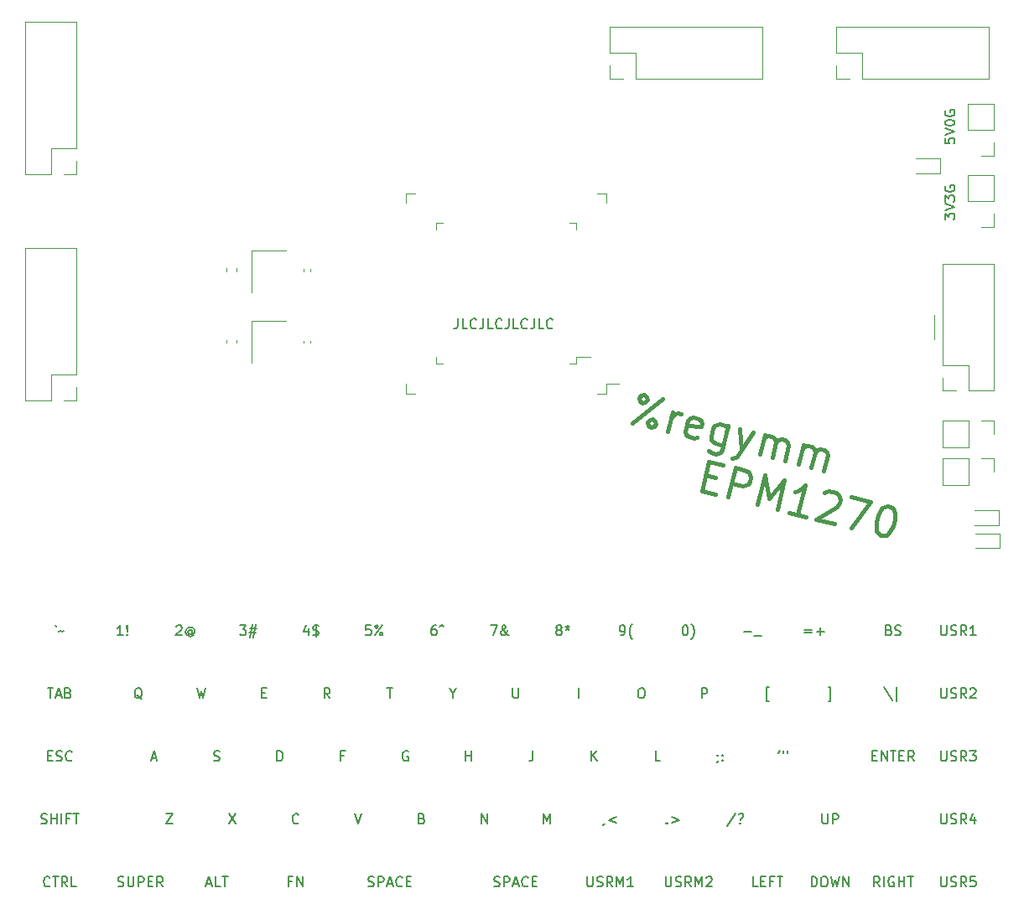
<source format=gbr>
%TF.GenerationSoftware,KiCad,Pcbnew,5.1.10*%
%TF.CreationDate,2021-08-09T15:51:23+08:00*%
%TF.ProjectId,ymmepm,796d6d65-706d-42e6-9b69-6361645f7063,rev?*%
%TF.SameCoordinates,Original*%
%TF.FileFunction,Legend,Top*%
%TF.FilePolarity,Positive*%
%FSLAX46Y46*%
G04 Gerber Fmt 4.6, Leading zero omitted, Abs format (unit mm)*
G04 Created by KiCad (PCBNEW 5.1.10) date 2021-08-09 15:51:23*
%MOMM*%
%LPD*%
G01*
G04 APERTURE LIST*
%ADD10C,0.150000*%
%ADD11C,0.381000*%
%ADD12C,0.120000*%
G04 APERTURE END LIST*
D10*
X119840952Y-85812380D02*
X119840952Y-86526666D01*
X119793333Y-86669523D01*
X119698095Y-86764761D01*
X119555238Y-86812380D01*
X119460000Y-86812380D01*
X120793333Y-86812380D02*
X120317142Y-86812380D01*
X120317142Y-85812380D01*
X121698095Y-86717142D02*
X121650476Y-86764761D01*
X121507619Y-86812380D01*
X121412380Y-86812380D01*
X121269523Y-86764761D01*
X121174285Y-86669523D01*
X121126666Y-86574285D01*
X121079047Y-86383809D01*
X121079047Y-86240952D01*
X121126666Y-86050476D01*
X121174285Y-85955238D01*
X121269523Y-85860000D01*
X121412380Y-85812380D01*
X121507619Y-85812380D01*
X121650476Y-85860000D01*
X121698095Y-85907619D01*
X122412380Y-85812380D02*
X122412380Y-86526666D01*
X122364761Y-86669523D01*
X122269523Y-86764761D01*
X122126666Y-86812380D01*
X122031428Y-86812380D01*
X123364761Y-86812380D02*
X122888571Y-86812380D01*
X122888571Y-85812380D01*
X124269523Y-86717142D02*
X124221904Y-86764761D01*
X124079047Y-86812380D01*
X123983809Y-86812380D01*
X123840952Y-86764761D01*
X123745714Y-86669523D01*
X123698095Y-86574285D01*
X123650476Y-86383809D01*
X123650476Y-86240952D01*
X123698095Y-86050476D01*
X123745714Y-85955238D01*
X123840952Y-85860000D01*
X123983809Y-85812380D01*
X124079047Y-85812380D01*
X124221904Y-85860000D01*
X124269523Y-85907619D01*
X124983809Y-85812380D02*
X124983809Y-86526666D01*
X124936190Y-86669523D01*
X124840952Y-86764761D01*
X124698095Y-86812380D01*
X124602857Y-86812380D01*
X125936190Y-86812380D02*
X125460000Y-86812380D01*
X125460000Y-85812380D01*
X126840952Y-86717142D02*
X126793333Y-86764761D01*
X126650476Y-86812380D01*
X126555238Y-86812380D01*
X126412380Y-86764761D01*
X126317142Y-86669523D01*
X126269523Y-86574285D01*
X126221904Y-86383809D01*
X126221904Y-86240952D01*
X126269523Y-86050476D01*
X126317142Y-85955238D01*
X126412380Y-85860000D01*
X126555238Y-85812380D01*
X126650476Y-85812380D01*
X126793333Y-85860000D01*
X126840952Y-85907619D01*
X127555238Y-85812380D02*
X127555238Y-86526666D01*
X127507619Y-86669523D01*
X127412380Y-86764761D01*
X127269523Y-86812380D01*
X127174285Y-86812380D01*
X128507619Y-86812380D02*
X128031428Y-86812380D01*
X128031428Y-85812380D01*
X129412380Y-86717142D02*
X129364761Y-86764761D01*
X129221904Y-86812380D01*
X129126666Y-86812380D01*
X128983809Y-86764761D01*
X128888571Y-86669523D01*
X128840952Y-86574285D01*
X128793333Y-86383809D01*
X128793333Y-86240952D01*
X128840952Y-86050476D01*
X128888571Y-85955238D01*
X128983809Y-85860000D01*
X129126666Y-85812380D01*
X129221904Y-85812380D01*
X129364761Y-85860000D01*
X129412380Y-85907619D01*
D11*
X137487171Y-96334148D02*
X140477853Y-93938499D01*
X138647043Y-93482027D02*
X138893593Y-93693085D01*
X138964198Y-94009861D01*
X138753140Y-94256411D01*
X138436364Y-94327016D01*
X138189814Y-94115958D01*
X138119209Y-93799182D01*
X138330267Y-93552632D01*
X138647043Y-93482027D01*
X139634756Y-96720016D02*
X139845814Y-96473466D01*
X139775209Y-96156690D01*
X139528660Y-95945632D01*
X139211883Y-96016237D01*
X139000825Y-96262786D01*
X139071430Y-96579563D01*
X139317980Y-96790621D01*
X139634756Y-96720016D01*
X141007958Y-97211979D02*
X141499543Y-95240338D01*
X141359090Y-95803664D02*
X141570148Y-95557115D01*
X141746093Y-95451396D01*
X142062869Y-95380791D01*
X142344532Y-95451018D01*
X144000533Y-97808526D02*
X143683756Y-97879131D01*
X143120430Y-97738678D01*
X142873881Y-97527620D01*
X142803276Y-97210844D01*
X143084182Y-96084192D01*
X143295240Y-95837642D01*
X143612016Y-95767037D01*
X144175342Y-95907490D01*
X144421891Y-96118548D01*
X144492496Y-96435324D01*
X144422270Y-96716987D01*
X142943729Y-96647518D01*
X147132803Y-96644868D02*
X146535878Y-99039003D01*
X146324820Y-99285553D01*
X146148875Y-99391271D01*
X145832099Y-99461876D01*
X145409605Y-99356537D01*
X145163055Y-99145479D01*
X146676331Y-98475677D02*
X146359555Y-98546282D01*
X145796229Y-98405829D01*
X145549679Y-98194771D01*
X145443961Y-98018827D01*
X145373356Y-97702050D01*
X145584035Y-96857061D01*
X145795093Y-96610512D01*
X145971038Y-96504793D01*
X146287814Y-96434188D01*
X146851140Y-96574641D01*
X147097690Y-96785699D01*
X148259455Y-96925774D02*
X148472027Y-99072981D01*
X149667770Y-97276906D02*
X148472027Y-99072981D01*
X148014798Y-99706912D01*
X147838853Y-99812630D01*
X147522077Y-99883235D01*
X150302837Y-99529453D02*
X150794422Y-97557812D01*
X150724195Y-97839475D02*
X150900140Y-97733757D01*
X151216916Y-97663152D01*
X151639411Y-97768491D01*
X151885961Y-97979549D01*
X151956566Y-98296326D01*
X151570320Y-99845472D01*
X151956566Y-98296326D02*
X152167624Y-98049776D01*
X152484400Y-97979171D01*
X152906894Y-98084510D01*
X153153444Y-98295568D01*
X153224049Y-98612345D01*
X152837804Y-100161491D01*
X154246118Y-100512623D02*
X154737704Y-98540983D01*
X154667477Y-98822646D02*
X154843422Y-98716927D01*
X155160198Y-98646322D01*
X155582693Y-98751662D01*
X155829242Y-98962720D01*
X155899847Y-99279496D01*
X155513602Y-100828643D01*
X155899847Y-99279496D02*
X156110905Y-99032946D01*
X156427682Y-98962341D01*
X156850176Y-99067681D01*
X157096726Y-99278739D01*
X157167331Y-99595515D01*
X156781085Y-101144662D01*
X144843404Y-101627445D02*
X145829224Y-101873237D01*
X145865473Y-103527723D02*
X144457158Y-103176591D01*
X145194536Y-100219130D01*
X146602851Y-100570262D01*
X147132957Y-103843743D02*
X147870335Y-100886281D01*
X148996987Y-101167187D01*
X149243536Y-101378245D01*
X149349255Y-101554190D01*
X149419860Y-101870966D01*
X149314520Y-102293460D01*
X149103462Y-102540010D01*
X148927517Y-102645728D01*
X148610741Y-102716334D01*
X147484089Y-102435428D01*
X150090418Y-104581121D02*
X150827796Y-101623659D01*
X151286918Y-103981924D01*
X152799437Y-102115244D01*
X152062059Y-105072706D01*
X155019520Y-105810084D02*
X153329542Y-105388725D01*
X154174531Y-105599404D02*
X154911909Y-102641943D01*
X154524907Y-102994211D01*
X154173017Y-103205647D01*
X153856241Y-103276253D01*
X156813324Y-103415191D02*
X156989269Y-103309473D01*
X157306045Y-103238868D01*
X158010202Y-103414434D01*
X158256752Y-103625492D01*
X158362470Y-103801437D01*
X158433075Y-104118213D01*
X158362849Y-104399876D01*
X158116678Y-104787257D01*
X156005341Y-106055876D01*
X157836150Y-106512348D01*
X159559349Y-103800680D02*
X161530990Y-104292265D01*
X159526128Y-106933707D01*
X163220968Y-104713624D02*
X163502630Y-104783850D01*
X163749180Y-104994908D01*
X163854898Y-105170853D01*
X163925504Y-105487629D01*
X163925882Y-106086068D01*
X163750316Y-106790226D01*
X163469031Y-107318439D01*
X163257974Y-107564988D01*
X163082029Y-107670707D01*
X162765253Y-107741312D01*
X162483590Y-107671085D01*
X162237040Y-107460027D01*
X162131322Y-107284083D01*
X162060717Y-106967306D01*
X162060338Y-106368867D01*
X162235904Y-105664710D01*
X162517189Y-105136497D01*
X162728247Y-104889947D01*
X162904191Y-104784229D01*
X163220968Y-104713624D01*
D12*
X167957500Y-85407500D02*
X167957500Y-87884000D01*
%TO.C,D4*%
X168552000Y-69623000D02*
X166092000Y-69623000D01*
X168552000Y-71093000D02*
X168552000Y-69623000D01*
X166092000Y-71093000D02*
X168552000Y-71093000D01*
%TO.C,J15*%
X81340000Y-94040000D02*
X80010000Y-94040000D01*
X81340000Y-92710000D02*
X81340000Y-94040000D01*
X78740000Y-94040000D02*
X76140000Y-94040000D01*
X78740000Y-91440000D02*
X78740000Y-94040000D01*
X81340000Y-91440000D02*
X78740000Y-91440000D01*
X76140000Y-94040000D02*
X76140000Y-78680000D01*
X81340000Y-91440000D02*
X81340000Y-78680000D01*
X81340000Y-78680000D02*
X76140000Y-78680000D01*
%TO.C,J14*%
X173986500Y-99952500D02*
X173986500Y-101282500D01*
X172656500Y-99952500D02*
X173986500Y-99952500D01*
X171386500Y-99952500D02*
X171386500Y-102612500D01*
X171386500Y-102612500D02*
X168786500Y-102612500D01*
X171386500Y-99952500D02*
X168786500Y-99952500D01*
X168786500Y-99952500D02*
X168786500Y-102612500D01*
%TO.C,J13*%
X173986500Y-96142500D02*
X173986500Y-97472500D01*
X172656500Y-96142500D02*
X173986500Y-96142500D01*
X171386500Y-96142500D02*
X171386500Y-98802500D01*
X171386500Y-98802500D02*
X168786500Y-98802500D01*
X171386500Y-96142500D02*
X168786500Y-96142500D01*
X168786500Y-96142500D02*
X168786500Y-98802500D01*
%TO.C,D3*%
X174507000Y-107532500D02*
X172047000Y-107532500D01*
X174507000Y-109002500D02*
X174507000Y-107532500D01*
X172047000Y-109002500D02*
X174507000Y-109002500D01*
%TO.C,D2*%
X174443500Y-105183000D02*
X171983500Y-105183000D01*
X174443500Y-106653000D02*
X174443500Y-105183000D01*
X171983500Y-106653000D02*
X174443500Y-106653000D01*
%TO.C,X3*%
X99017500Y-86048500D02*
X99017500Y-90248500D01*
X102517500Y-86048500D02*
X99017500Y-86048500D01*
%TO.C,X1*%
X99024500Y-78932500D02*
X99024500Y-83132500D01*
X102524500Y-78932500D02*
X99024500Y-78932500D01*
%TO.C,C19*%
X104224500Y-88026165D02*
X104224500Y-88257835D01*
X104944500Y-88026165D02*
X104944500Y-88257835D01*
%TO.C,C18*%
X96454500Y-87954733D02*
X96454500Y-88247267D01*
X97474500Y-87954733D02*
X97474500Y-88247267D01*
%TO.C,U1*%
X134824000Y-92408500D02*
X136114000Y-92408500D01*
X134824000Y-93358500D02*
X134824000Y-92408500D01*
X133874000Y-93358500D02*
X134824000Y-93358500D01*
X114604000Y-93358500D02*
X114604000Y-92408500D01*
X115554000Y-93358500D02*
X114604000Y-93358500D01*
X134824000Y-73138500D02*
X134824000Y-74088500D01*
X133874000Y-73138500D02*
X134824000Y-73138500D01*
X114604000Y-73138500D02*
X114604000Y-74088500D01*
X115554000Y-73138500D02*
X114604000Y-73138500D01*
%TO.C,J4*%
X150555000Y-61528000D02*
X150555000Y-56328000D01*
X137795000Y-61528000D02*
X150555000Y-61528000D01*
X135195000Y-56328000D02*
X150555000Y-56328000D01*
X137795000Y-61528000D02*
X137795000Y-58928000D01*
X137795000Y-58928000D02*
X135195000Y-58928000D01*
X135195000Y-58928000D02*
X135195000Y-56328000D01*
X136525000Y-61528000D02*
X135195000Y-61528000D01*
X135195000Y-61528000D02*
X135195000Y-60198000D01*
%TO.C,U2*%
X131824000Y-89658500D02*
X133189000Y-89658500D01*
X131824000Y-90358500D02*
X131824000Y-89658500D01*
X131124000Y-90358500D02*
X131824000Y-90358500D01*
X117604000Y-90358500D02*
X117604000Y-89658500D01*
X118304000Y-90358500D02*
X117604000Y-90358500D01*
X131824000Y-76138500D02*
X131824000Y-76838500D01*
X131124000Y-76138500D02*
X131824000Y-76138500D01*
X117604000Y-76138500D02*
X117604000Y-76838500D01*
X118304000Y-76138500D02*
X117604000Y-76138500D01*
%TO.C,J1*%
X173986500Y-93087500D02*
X171386500Y-93087500D01*
X173986500Y-93087500D02*
X173986500Y-80267500D01*
X173986500Y-80267500D02*
X168786500Y-80267500D01*
X168786500Y-90487500D02*
X168786500Y-80267500D01*
X171386500Y-90487500D02*
X168786500Y-90487500D01*
X171386500Y-93087500D02*
X171386500Y-90487500D01*
X168786500Y-93087500D02*
X168786500Y-91757500D01*
X170116500Y-93087500D02*
X168786500Y-93087500D01*
%TO.C,J9*%
X173986500Y-71314000D02*
X171326500Y-71314000D01*
X173986500Y-73914000D02*
X173986500Y-71314000D01*
X171326500Y-73914000D02*
X171326500Y-71314000D01*
X173986500Y-73914000D02*
X171326500Y-73914000D01*
X173986500Y-75184000D02*
X173986500Y-76514000D01*
X173986500Y-76514000D02*
X172656500Y-76514000D01*
%TO.C,J6*%
X173986500Y-69338500D02*
X172656500Y-69338500D01*
X173986500Y-68008500D02*
X173986500Y-69338500D01*
X173986500Y-66738500D02*
X171326500Y-66738500D01*
X171326500Y-66738500D02*
X171326500Y-64138500D01*
X173986500Y-66738500D02*
X173986500Y-64138500D01*
X173986500Y-64138500D02*
X171326500Y-64138500D01*
%TO.C,J3*%
X173415000Y-61528000D02*
X173415000Y-56328000D01*
X160655000Y-61528000D02*
X173415000Y-61528000D01*
X158055000Y-56328000D02*
X173415000Y-56328000D01*
X160655000Y-61528000D02*
X160655000Y-58928000D01*
X160655000Y-58928000D02*
X158055000Y-58928000D01*
X158055000Y-58928000D02*
X158055000Y-56328000D01*
X159385000Y-61528000D02*
X158055000Y-61528000D01*
X158055000Y-61528000D02*
X158055000Y-60198000D01*
%TO.C,J2*%
X81340000Y-55820000D02*
X76140000Y-55820000D01*
X81340000Y-68580000D02*
X81340000Y-55820000D01*
X76140000Y-71180000D02*
X76140000Y-55820000D01*
X81340000Y-68580000D02*
X78740000Y-68580000D01*
X78740000Y-68580000D02*
X78740000Y-71180000D01*
X78740000Y-71180000D02*
X76140000Y-71180000D01*
X81340000Y-69850000D02*
X81340000Y-71180000D01*
X81340000Y-71180000D02*
X80010000Y-71180000D01*
%TO.C,C16*%
X104944500Y-80787165D02*
X104944500Y-81018835D01*
X104224500Y-80787165D02*
X104224500Y-81018835D01*
%TO.C,C15*%
X97474500Y-80715733D02*
X97474500Y-81008267D01*
X96454500Y-80715733D02*
X96454500Y-81008267D01*
%TO.C,USRM2*%
D10*
X140819476Y-142200380D02*
X140819476Y-143009904D01*
X140867095Y-143105142D01*
X140914714Y-143152761D01*
X141009952Y-143200380D01*
X141200428Y-143200380D01*
X141295666Y-143152761D01*
X141343285Y-143105142D01*
X141390904Y-143009904D01*
X141390904Y-142200380D01*
X141819476Y-143152761D02*
X141962333Y-143200380D01*
X142200428Y-143200380D01*
X142295666Y-143152761D01*
X142343285Y-143105142D01*
X142390904Y-143009904D01*
X142390904Y-142914666D01*
X142343285Y-142819428D01*
X142295666Y-142771809D01*
X142200428Y-142724190D01*
X142009952Y-142676571D01*
X141914714Y-142628952D01*
X141867095Y-142581333D01*
X141819476Y-142486095D01*
X141819476Y-142390857D01*
X141867095Y-142295619D01*
X141914714Y-142248000D01*
X142009952Y-142200380D01*
X142248047Y-142200380D01*
X142390904Y-142248000D01*
X143390904Y-143200380D02*
X143057571Y-142724190D01*
X142819476Y-143200380D02*
X142819476Y-142200380D01*
X143200428Y-142200380D01*
X143295666Y-142248000D01*
X143343285Y-142295619D01*
X143390904Y-142390857D01*
X143390904Y-142533714D01*
X143343285Y-142628952D01*
X143295666Y-142676571D01*
X143200428Y-142724190D01*
X142819476Y-142724190D01*
X143819476Y-143200380D02*
X143819476Y-142200380D01*
X144152809Y-142914666D01*
X144486142Y-142200380D01*
X144486142Y-143200380D01*
X144914714Y-142295619D02*
X144962333Y-142248000D01*
X145057571Y-142200380D01*
X145295666Y-142200380D01*
X145390904Y-142248000D01*
X145438523Y-142295619D01*
X145486142Y-142390857D01*
X145486142Y-142486095D01*
X145438523Y-142628952D01*
X144867095Y-143200380D01*
X145486142Y-143200380D01*
%TO.C,Z1*%
X90408166Y-135850380D02*
X91074833Y-135850380D01*
X90408166Y-136850380D01*
X91074833Y-136850380D01*
%TO.C,Y1*%
X119316500Y-123674190D02*
X119316500Y-124150380D01*
X118983166Y-123150380D02*
X119316500Y-123674190D01*
X119649833Y-123150380D01*
%TO.C,X2*%
X96758166Y-135850380D02*
X97424833Y-136850380D01*
X97424833Y-135850380D02*
X96758166Y-136850380D01*
%TO.C,W1*%
X93487928Y-123150380D02*
X93726023Y-124150380D01*
X93916500Y-123436095D01*
X94106976Y-124150380D01*
X94345071Y-123150380D01*
%TO.C,V1*%
X109458166Y-135850380D02*
X109791500Y-136850380D01*
X110124833Y-135850380D01*
%TO.C,USR5*%
X168607004Y-142200380D02*
X168607004Y-143009904D01*
X168654623Y-143105142D01*
X168702242Y-143152761D01*
X168797480Y-143200380D01*
X168987957Y-143200380D01*
X169083195Y-143152761D01*
X169130814Y-143105142D01*
X169178433Y-143009904D01*
X169178433Y-142200380D01*
X169607004Y-143152761D02*
X169749861Y-143200380D01*
X169987957Y-143200380D01*
X170083195Y-143152761D01*
X170130814Y-143105142D01*
X170178433Y-143009904D01*
X170178433Y-142914666D01*
X170130814Y-142819428D01*
X170083195Y-142771809D01*
X169987957Y-142724190D01*
X169797480Y-142676571D01*
X169702242Y-142628952D01*
X169654623Y-142581333D01*
X169607004Y-142486095D01*
X169607004Y-142390857D01*
X169654623Y-142295619D01*
X169702242Y-142248000D01*
X169797480Y-142200380D01*
X170035576Y-142200380D01*
X170178433Y-142248000D01*
X171178433Y-143200380D02*
X170845100Y-142724190D01*
X170607004Y-143200380D02*
X170607004Y-142200380D01*
X170987957Y-142200380D01*
X171083195Y-142248000D01*
X171130814Y-142295619D01*
X171178433Y-142390857D01*
X171178433Y-142533714D01*
X171130814Y-142628952D01*
X171083195Y-142676571D01*
X170987957Y-142724190D01*
X170607004Y-142724190D01*
X172083195Y-142200380D02*
X171607004Y-142200380D01*
X171559385Y-142676571D01*
X171607004Y-142628952D01*
X171702242Y-142581333D01*
X171940338Y-142581333D01*
X172035576Y-142628952D01*
X172083195Y-142676571D01*
X172130814Y-142771809D01*
X172130814Y-143009904D01*
X172083195Y-143105142D01*
X172035576Y-143152761D01*
X171940338Y-143200380D01*
X171702242Y-143200380D01*
X171607004Y-143152761D01*
X171559385Y-143105142D01*
%TO.C,USR4*%
X168607004Y-135850380D02*
X168607004Y-136659904D01*
X168654623Y-136755142D01*
X168702242Y-136802761D01*
X168797480Y-136850380D01*
X168987957Y-136850380D01*
X169083195Y-136802761D01*
X169130814Y-136755142D01*
X169178433Y-136659904D01*
X169178433Y-135850380D01*
X169607004Y-136802761D02*
X169749861Y-136850380D01*
X169987957Y-136850380D01*
X170083195Y-136802761D01*
X170130814Y-136755142D01*
X170178433Y-136659904D01*
X170178433Y-136564666D01*
X170130814Y-136469428D01*
X170083195Y-136421809D01*
X169987957Y-136374190D01*
X169797480Y-136326571D01*
X169702242Y-136278952D01*
X169654623Y-136231333D01*
X169607004Y-136136095D01*
X169607004Y-136040857D01*
X169654623Y-135945619D01*
X169702242Y-135898000D01*
X169797480Y-135850380D01*
X170035576Y-135850380D01*
X170178433Y-135898000D01*
X171178433Y-136850380D02*
X170845100Y-136374190D01*
X170607004Y-136850380D02*
X170607004Y-135850380D01*
X170987957Y-135850380D01*
X171083195Y-135898000D01*
X171130814Y-135945619D01*
X171178433Y-136040857D01*
X171178433Y-136183714D01*
X171130814Y-136278952D01*
X171083195Y-136326571D01*
X170987957Y-136374190D01*
X170607004Y-136374190D01*
X172035576Y-136183714D02*
X172035576Y-136850380D01*
X171797480Y-135802761D02*
X171559385Y-136517047D01*
X172178433Y-136517047D01*
%TO.C,USR3*%
X168607004Y-129500380D02*
X168607004Y-130309904D01*
X168654623Y-130405142D01*
X168702242Y-130452761D01*
X168797480Y-130500380D01*
X168987957Y-130500380D01*
X169083195Y-130452761D01*
X169130814Y-130405142D01*
X169178433Y-130309904D01*
X169178433Y-129500380D01*
X169607004Y-130452761D02*
X169749861Y-130500380D01*
X169987957Y-130500380D01*
X170083195Y-130452761D01*
X170130814Y-130405142D01*
X170178433Y-130309904D01*
X170178433Y-130214666D01*
X170130814Y-130119428D01*
X170083195Y-130071809D01*
X169987957Y-130024190D01*
X169797480Y-129976571D01*
X169702242Y-129928952D01*
X169654623Y-129881333D01*
X169607004Y-129786095D01*
X169607004Y-129690857D01*
X169654623Y-129595619D01*
X169702242Y-129548000D01*
X169797480Y-129500380D01*
X170035576Y-129500380D01*
X170178433Y-129548000D01*
X171178433Y-130500380D02*
X170845100Y-130024190D01*
X170607004Y-130500380D02*
X170607004Y-129500380D01*
X170987957Y-129500380D01*
X171083195Y-129548000D01*
X171130814Y-129595619D01*
X171178433Y-129690857D01*
X171178433Y-129833714D01*
X171130814Y-129928952D01*
X171083195Y-129976571D01*
X170987957Y-130024190D01*
X170607004Y-130024190D01*
X171511766Y-129500380D02*
X172130814Y-129500380D01*
X171797480Y-129881333D01*
X171940338Y-129881333D01*
X172035576Y-129928952D01*
X172083195Y-129976571D01*
X172130814Y-130071809D01*
X172130814Y-130309904D01*
X172083195Y-130405142D01*
X172035576Y-130452761D01*
X171940338Y-130500380D01*
X171654623Y-130500380D01*
X171559385Y-130452761D01*
X171511766Y-130405142D01*
%TO.C,USR2*%
X168607004Y-123150380D02*
X168607004Y-123959904D01*
X168654623Y-124055142D01*
X168702242Y-124102761D01*
X168797480Y-124150380D01*
X168987957Y-124150380D01*
X169083195Y-124102761D01*
X169130814Y-124055142D01*
X169178433Y-123959904D01*
X169178433Y-123150380D01*
X169607004Y-124102761D02*
X169749861Y-124150380D01*
X169987957Y-124150380D01*
X170083195Y-124102761D01*
X170130814Y-124055142D01*
X170178433Y-123959904D01*
X170178433Y-123864666D01*
X170130814Y-123769428D01*
X170083195Y-123721809D01*
X169987957Y-123674190D01*
X169797480Y-123626571D01*
X169702242Y-123578952D01*
X169654623Y-123531333D01*
X169607004Y-123436095D01*
X169607004Y-123340857D01*
X169654623Y-123245619D01*
X169702242Y-123198000D01*
X169797480Y-123150380D01*
X170035576Y-123150380D01*
X170178433Y-123198000D01*
X171178433Y-124150380D02*
X170845100Y-123674190D01*
X170607004Y-124150380D02*
X170607004Y-123150380D01*
X170987957Y-123150380D01*
X171083195Y-123198000D01*
X171130814Y-123245619D01*
X171178433Y-123340857D01*
X171178433Y-123483714D01*
X171130814Y-123578952D01*
X171083195Y-123626571D01*
X170987957Y-123674190D01*
X170607004Y-123674190D01*
X171559385Y-123245619D02*
X171607004Y-123198000D01*
X171702242Y-123150380D01*
X171940338Y-123150380D01*
X172035576Y-123198000D01*
X172083195Y-123245619D01*
X172130814Y-123340857D01*
X172130814Y-123436095D01*
X172083195Y-123578952D01*
X171511766Y-124150380D01*
X172130814Y-124150380D01*
%TO.C,USR1*%
X168607004Y-116800380D02*
X168607004Y-117609904D01*
X168654623Y-117705142D01*
X168702242Y-117752761D01*
X168797480Y-117800380D01*
X168987957Y-117800380D01*
X169083195Y-117752761D01*
X169130814Y-117705142D01*
X169178433Y-117609904D01*
X169178433Y-116800380D01*
X169607004Y-117752761D02*
X169749861Y-117800380D01*
X169987957Y-117800380D01*
X170083195Y-117752761D01*
X170130814Y-117705142D01*
X170178433Y-117609904D01*
X170178433Y-117514666D01*
X170130814Y-117419428D01*
X170083195Y-117371809D01*
X169987957Y-117324190D01*
X169797480Y-117276571D01*
X169702242Y-117228952D01*
X169654623Y-117181333D01*
X169607004Y-117086095D01*
X169607004Y-116990857D01*
X169654623Y-116895619D01*
X169702242Y-116848000D01*
X169797480Y-116800380D01*
X170035576Y-116800380D01*
X170178433Y-116848000D01*
X171178433Y-117800380D02*
X170845100Y-117324190D01*
X170607004Y-117800380D02*
X170607004Y-116800380D01*
X170987957Y-116800380D01*
X171083195Y-116848000D01*
X171130814Y-116895619D01*
X171178433Y-116990857D01*
X171178433Y-117133714D01*
X171130814Y-117228952D01*
X171083195Y-117276571D01*
X170987957Y-117324190D01*
X170607004Y-117324190D01*
X172130814Y-117800380D02*
X171559385Y-117800380D01*
X171845100Y-117800380D02*
X171845100Y-116800380D01*
X171749861Y-116943238D01*
X171654623Y-117038476D01*
X171559385Y-117086095D01*
%TO.C,U3*%
X125380785Y-123150380D02*
X125380785Y-123959904D01*
X125428404Y-124055142D01*
X125476023Y-124102761D01*
X125571261Y-124150380D01*
X125761738Y-124150380D01*
X125856976Y-124102761D01*
X125904595Y-124055142D01*
X125952214Y-123959904D01*
X125952214Y-123150380D01*
%TO.C,TAB1*%
X78414714Y-123150380D02*
X78986142Y-123150380D01*
X78700428Y-124150380D02*
X78700428Y-123150380D01*
X79271857Y-123864666D02*
X79748047Y-123864666D01*
X79176619Y-124150380D02*
X79509952Y-123150380D01*
X79843285Y-124150380D01*
X80509952Y-123626571D02*
X80652809Y-123674190D01*
X80700428Y-123721809D01*
X80748047Y-123817047D01*
X80748047Y-123959904D01*
X80700428Y-124055142D01*
X80652809Y-124102761D01*
X80557571Y-124150380D01*
X80176619Y-124150380D01*
X80176619Y-123150380D01*
X80509952Y-123150380D01*
X80605190Y-123198000D01*
X80652809Y-123245619D01*
X80700428Y-123340857D01*
X80700428Y-123436095D01*
X80652809Y-123531333D01*
X80605190Y-123578952D01*
X80509952Y-123626571D01*
X80176619Y-123626571D01*
%TO.C,T1*%
X112680785Y-123150380D02*
X113252214Y-123150380D01*
X112966500Y-124150380D02*
X112966500Y-123150380D01*
%TO.C,USRM1*%
X132881976Y-142200380D02*
X132881976Y-143009904D01*
X132929595Y-143105142D01*
X132977214Y-143152761D01*
X133072452Y-143200380D01*
X133262928Y-143200380D01*
X133358166Y-143152761D01*
X133405785Y-143105142D01*
X133453404Y-143009904D01*
X133453404Y-142200380D01*
X133881976Y-143152761D02*
X134024833Y-143200380D01*
X134262928Y-143200380D01*
X134358166Y-143152761D01*
X134405785Y-143105142D01*
X134453404Y-143009904D01*
X134453404Y-142914666D01*
X134405785Y-142819428D01*
X134358166Y-142771809D01*
X134262928Y-142724190D01*
X134072452Y-142676571D01*
X133977214Y-142628952D01*
X133929595Y-142581333D01*
X133881976Y-142486095D01*
X133881976Y-142390857D01*
X133929595Y-142295619D01*
X133977214Y-142248000D01*
X134072452Y-142200380D01*
X134310547Y-142200380D01*
X134453404Y-142248000D01*
X135453404Y-143200380D02*
X135120071Y-142724190D01*
X134881976Y-143200380D02*
X134881976Y-142200380D01*
X135262928Y-142200380D01*
X135358166Y-142248000D01*
X135405785Y-142295619D01*
X135453404Y-142390857D01*
X135453404Y-142533714D01*
X135405785Y-142628952D01*
X135358166Y-142676571D01*
X135262928Y-142724190D01*
X134881976Y-142724190D01*
X135881976Y-143200380D02*
X135881976Y-142200380D01*
X136215309Y-142914666D01*
X136548642Y-142200380D01*
X136548642Y-143200380D01*
X137548642Y-143200380D02*
X136977214Y-143200380D01*
X137262928Y-143200380D02*
X137262928Y-142200380D01*
X137167690Y-142343238D01*
X137072452Y-142438476D01*
X136977214Y-142486095D01*
%TO.C,SUPER1*%
X85533195Y-143152761D02*
X85676052Y-143200380D01*
X85914147Y-143200380D01*
X86009385Y-143152761D01*
X86057004Y-143105142D01*
X86104623Y-143009904D01*
X86104623Y-142914666D01*
X86057004Y-142819428D01*
X86009385Y-142771809D01*
X85914147Y-142724190D01*
X85723671Y-142676571D01*
X85628433Y-142628952D01*
X85580814Y-142581333D01*
X85533195Y-142486095D01*
X85533195Y-142390857D01*
X85580814Y-142295619D01*
X85628433Y-142248000D01*
X85723671Y-142200380D01*
X85961766Y-142200380D01*
X86104623Y-142248000D01*
X86533195Y-142200380D02*
X86533195Y-143009904D01*
X86580814Y-143105142D01*
X86628433Y-143152761D01*
X86723671Y-143200380D01*
X86914147Y-143200380D01*
X87009385Y-143152761D01*
X87057004Y-143105142D01*
X87104623Y-143009904D01*
X87104623Y-142200380D01*
X87580814Y-143200380D02*
X87580814Y-142200380D01*
X87961766Y-142200380D01*
X88057004Y-142248000D01*
X88104623Y-142295619D01*
X88152242Y-142390857D01*
X88152242Y-142533714D01*
X88104623Y-142628952D01*
X88057004Y-142676571D01*
X87961766Y-142724190D01*
X87580814Y-142724190D01*
X88580814Y-142676571D02*
X88914147Y-142676571D01*
X89057004Y-143200380D02*
X88580814Y-143200380D01*
X88580814Y-142200380D01*
X89057004Y-142200380D01*
X90057004Y-143200380D02*
X89723671Y-142724190D01*
X89485576Y-143200380D02*
X89485576Y-142200380D01*
X89866528Y-142200380D01*
X89961766Y-142248000D01*
X90009385Y-142295619D01*
X90057004Y-142390857D01*
X90057004Y-142533714D01*
X90009385Y-142628952D01*
X89961766Y-142676571D01*
X89866528Y-142724190D01*
X89485576Y-142724190D01*
%TO.C,SP2*%
X110799833Y-143152761D02*
X110942690Y-143200380D01*
X111180785Y-143200380D01*
X111276023Y-143152761D01*
X111323642Y-143105142D01*
X111371261Y-143009904D01*
X111371261Y-142914666D01*
X111323642Y-142819428D01*
X111276023Y-142771809D01*
X111180785Y-142724190D01*
X110990309Y-142676571D01*
X110895071Y-142628952D01*
X110847452Y-142581333D01*
X110799833Y-142486095D01*
X110799833Y-142390857D01*
X110847452Y-142295619D01*
X110895071Y-142248000D01*
X110990309Y-142200380D01*
X111228404Y-142200380D01*
X111371261Y-142248000D01*
X111799833Y-143200380D02*
X111799833Y-142200380D01*
X112180785Y-142200380D01*
X112276023Y-142248000D01*
X112323642Y-142295619D01*
X112371261Y-142390857D01*
X112371261Y-142533714D01*
X112323642Y-142628952D01*
X112276023Y-142676571D01*
X112180785Y-142724190D01*
X111799833Y-142724190D01*
X112752214Y-142914666D02*
X113228404Y-142914666D01*
X112656976Y-143200380D02*
X112990309Y-142200380D01*
X113323642Y-143200380D01*
X114228404Y-143105142D02*
X114180785Y-143152761D01*
X114037928Y-143200380D01*
X113942690Y-143200380D01*
X113799833Y-143152761D01*
X113704595Y-143057523D01*
X113656976Y-142962285D01*
X113609357Y-142771809D01*
X113609357Y-142628952D01*
X113656976Y-142438476D01*
X113704595Y-142343238D01*
X113799833Y-142248000D01*
X113942690Y-142200380D01*
X114037928Y-142200380D01*
X114180785Y-142248000D01*
X114228404Y-142295619D01*
X114656976Y-142676571D02*
X114990309Y-142676571D01*
X115133166Y-143200380D02*
X114656976Y-143200380D01*
X114656976Y-142200380D01*
X115133166Y-142200380D01*
%TO.C,SP1*%
X123499833Y-143152761D02*
X123642690Y-143200380D01*
X123880785Y-143200380D01*
X123976023Y-143152761D01*
X124023642Y-143105142D01*
X124071261Y-143009904D01*
X124071261Y-142914666D01*
X124023642Y-142819428D01*
X123976023Y-142771809D01*
X123880785Y-142724190D01*
X123690309Y-142676571D01*
X123595071Y-142628952D01*
X123547452Y-142581333D01*
X123499833Y-142486095D01*
X123499833Y-142390857D01*
X123547452Y-142295619D01*
X123595071Y-142248000D01*
X123690309Y-142200380D01*
X123928404Y-142200380D01*
X124071261Y-142248000D01*
X124499833Y-143200380D02*
X124499833Y-142200380D01*
X124880785Y-142200380D01*
X124976023Y-142248000D01*
X125023642Y-142295619D01*
X125071261Y-142390857D01*
X125071261Y-142533714D01*
X125023642Y-142628952D01*
X124976023Y-142676571D01*
X124880785Y-142724190D01*
X124499833Y-142724190D01*
X125452214Y-142914666D02*
X125928404Y-142914666D01*
X125356976Y-143200380D02*
X125690309Y-142200380D01*
X126023642Y-143200380D01*
X126928404Y-143105142D02*
X126880785Y-143152761D01*
X126737928Y-143200380D01*
X126642690Y-143200380D01*
X126499833Y-143152761D01*
X126404595Y-143057523D01*
X126356976Y-142962285D01*
X126309357Y-142771809D01*
X126309357Y-142628952D01*
X126356976Y-142438476D01*
X126404595Y-142343238D01*
X126499833Y-142248000D01*
X126642690Y-142200380D01*
X126737928Y-142200380D01*
X126880785Y-142248000D01*
X126928404Y-142295619D01*
X127356976Y-142676571D02*
X127690309Y-142676571D01*
X127833166Y-143200380D02*
X127356976Y-143200380D01*
X127356976Y-142200380D01*
X127833166Y-142200380D01*
%TO.C,SHIFT1*%
X77771857Y-136802761D02*
X77914714Y-136850380D01*
X78152809Y-136850380D01*
X78248047Y-136802761D01*
X78295666Y-136755142D01*
X78343285Y-136659904D01*
X78343285Y-136564666D01*
X78295666Y-136469428D01*
X78248047Y-136421809D01*
X78152809Y-136374190D01*
X77962333Y-136326571D01*
X77867095Y-136278952D01*
X77819476Y-136231333D01*
X77771857Y-136136095D01*
X77771857Y-136040857D01*
X77819476Y-135945619D01*
X77867095Y-135898000D01*
X77962333Y-135850380D01*
X78200428Y-135850380D01*
X78343285Y-135898000D01*
X78771857Y-136850380D02*
X78771857Y-135850380D01*
X78771857Y-136326571D02*
X79343285Y-136326571D01*
X79343285Y-136850380D02*
X79343285Y-135850380D01*
X79819476Y-136850380D02*
X79819476Y-135850380D01*
X80629000Y-136326571D02*
X80295666Y-136326571D01*
X80295666Y-136850380D02*
X80295666Y-135850380D01*
X80771857Y-135850380D01*
X81009952Y-135850380D02*
X81581380Y-135850380D01*
X81295666Y-136850380D02*
X81295666Y-135850380D01*
%TO.C,S1*%
X95218285Y-130452761D02*
X95361142Y-130500380D01*
X95599238Y-130500380D01*
X95694476Y-130452761D01*
X95742095Y-130405142D01*
X95789714Y-130309904D01*
X95789714Y-130214666D01*
X95742095Y-130119428D01*
X95694476Y-130071809D01*
X95599238Y-130024190D01*
X95408761Y-129976571D01*
X95313523Y-129928952D01*
X95265904Y-129881333D01*
X95218285Y-129786095D01*
X95218285Y-129690857D01*
X95265904Y-129595619D01*
X95313523Y-129548000D01*
X95408761Y-129500380D01*
X95646857Y-129500380D01*
X95789714Y-129548000D01*
%TO.C,R5*%
X106926023Y-124150380D02*
X106592690Y-123674190D01*
X106354595Y-124150380D02*
X106354595Y-123150380D01*
X106735547Y-123150380D01*
X106830785Y-123198000D01*
X106878404Y-123245619D01*
X106926023Y-123340857D01*
X106926023Y-123483714D01*
X106878404Y-123578952D01*
X106830785Y-123626571D01*
X106735547Y-123674190D01*
X106354595Y-123674190D01*
%TO.C,Q1*%
X87947452Y-124245619D02*
X87852214Y-124198000D01*
X87756976Y-124102761D01*
X87614119Y-123959904D01*
X87518880Y-123912285D01*
X87423642Y-123912285D01*
X87471261Y-124150380D02*
X87376023Y-124102761D01*
X87280785Y-124007523D01*
X87233166Y-123817047D01*
X87233166Y-123483714D01*
X87280785Y-123293238D01*
X87376023Y-123198000D01*
X87471261Y-123150380D01*
X87661738Y-123150380D01*
X87756976Y-123198000D01*
X87852214Y-123293238D01*
X87899833Y-123483714D01*
X87899833Y-123817047D01*
X87852214Y-124007523D01*
X87756976Y-124102761D01*
X87661738Y-124150380D01*
X87471261Y-124150380D01*
%TO.C,P1*%
X144454595Y-124150380D02*
X144454595Y-123150380D01*
X144835547Y-123150380D01*
X144930785Y-123198000D01*
X144978404Y-123245619D01*
X145026023Y-123340857D01*
X145026023Y-123483714D01*
X144978404Y-123578952D01*
X144930785Y-123626571D01*
X144835547Y-123674190D01*
X144454595Y-123674190D01*
%TO.C,O1*%
X138271261Y-123150380D02*
X138461738Y-123150380D01*
X138556976Y-123198000D01*
X138652214Y-123293238D01*
X138699833Y-123483714D01*
X138699833Y-123817047D01*
X138652214Y-124007523D01*
X138556976Y-124102761D01*
X138461738Y-124150380D01*
X138271261Y-124150380D01*
X138176023Y-124102761D01*
X138080785Y-124007523D01*
X138033166Y-123817047D01*
X138033166Y-123483714D01*
X138080785Y-123293238D01*
X138176023Y-123198000D01*
X138271261Y-123150380D01*
%TO.C,N1*%
X122205785Y-136850380D02*
X122205785Y-135850380D01*
X122777214Y-136850380D01*
X122777214Y-135850380D01*
%TO.C,M1*%
X128508166Y-136850380D02*
X128508166Y-135850380D01*
X128841500Y-136564666D01*
X129174833Y-135850380D01*
X129174833Y-136850380D01*
%TO.C,L1*%
X140263523Y-130500380D02*
X139787333Y-130500380D01*
X139787333Y-129500380D01*
%TO.C,K1*%
X133342095Y-130500380D02*
X133342095Y-129500380D01*
X133913523Y-130500380D02*
X133484952Y-129928952D01*
X133913523Y-129500380D02*
X133342095Y-130071809D01*
%TO.C,J11*%
X127396857Y-129500380D02*
X127396857Y-130214666D01*
X127349238Y-130357523D01*
X127254000Y-130452761D01*
X127111142Y-130500380D01*
X127015904Y-130500380D01*
%TO.C,I1*%
X132016500Y-124150380D02*
X132016500Y-123150380D01*
%TO.C,H1*%
X120618285Y-130500380D02*
X120618285Y-129500380D01*
X120618285Y-129976571D02*
X121189714Y-129976571D01*
X121189714Y-130500380D02*
X121189714Y-129500380D01*
%TO.C,G1*%
X114815904Y-129548000D02*
X114720666Y-129500380D01*
X114577809Y-129500380D01*
X114434952Y-129548000D01*
X114339714Y-129643238D01*
X114292095Y-129738476D01*
X114244476Y-129928952D01*
X114244476Y-130071809D01*
X114292095Y-130262285D01*
X114339714Y-130357523D01*
X114434952Y-130452761D01*
X114577809Y-130500380D01*
X114673047Y-130500380D01*
X114815904Y-130452761D01*
X114863523Y-130405142D01*
X114863523Y-130071809D01*
X114673047Y-130071809D01*
%TO.C,FN1*%
X103060547Y-142676571D02*
X102727214Y-142676571D01*
X102727214Y-143200380D02*
X102727214Y-142200380D01*
X103203404Y-142200380D01*
X103584357Y-143200380D02*
X103584357Y-142200380D01*
X104155785Y-143200380D01*
X104155785Y-142200380D01*
%TO.C,F1*%
X108346857Y-129976571D02*
X108013523Y-129976571D01*
X108013523Y-130500380D02*
X108013523Y-129500380D01*
X108489714Y-129500380D01*
%TO.C,ETR1*%
X161695071Y-129976571D02*
X162028404Y-129976571D01*
X162171261Y-130500380D02*
X161695071Y-130500380D01*
X161695071Y-129500380D01*
X162171261Y-129500380D01*
X162599833Y-130500380D02*
X162599833Y-129500380D01*
X163171261Y-130500380D01*
X163171261Y-129500380D01*
X163504595Y-129500380D02*
X164076023Y-129500380D01*
X163790309Y-130500380D02*
X163790309Y-129500380D01*
X164409357Y-129976571D02*
X164742690Y-129976571D01*
X164885547Y-130500380D02*
X164409357Y-130500380D01*
X164409357Y-129500380D01*
X164885547Y-129500380D01*
X165885547Y-130500380D02*
X165552214Y-130024190D01*
X165314119Y-130500380D02*
X165314119Y-129500380D01*
X165695071Y-129500380D01*
X165790309Y-129548000D01*
X165837928Y-129595619D01*
X165885547Y-129690857D01*
X165885547Y-129833714D01*
X165837928Y-129928952D01*
X165790309Y-129976571D01*
X165695071Y-130024190D01*
X165314119Y-130024190D01*
%TO.C,ESC1*%
X78438523Y-129976571D02*
X78771857Y-129976571D01*
X78914714Y-130500380D02*
X78438523Y-130500380D01*
X78438523Y-129500380D01*
X78914714Y-129500380D01*
X79295666Y-130452761D02*
X79438523Y-130500380D01*
X79676619Y-130500380D01*
X79771857Y-130452761D01*
X79819476Y-130405142D01*
X79867095Y-130309904D01*
X79867095Y-130214666D01*
X79819476Y-130119428D01*
X79771857Y-130071809D01*
X79676619Y-130024190D01*
X79486142Y-129976571D01*
X79390904Y-129928952D01*
X79343285Y-129881333D01*
X79295666Y-129786095D01*
X79295666Y-129690857D01*
X79343285Y-129595619D01*
X79390904Y-129548000D01*
X79486142Y-129500380D01*
X79724238Y-129500380D01*
X79867095Y-129548000D01*
X80867095Y-130405142D02*
X80819476Y-130452761D01*
X80676619Y-130500380D01*
X80581380Y-130500380D01*
X80438523Y-130452761D01*
X80343285Y-130357523D01*
X80295666Y-130262285D01*
X80248047Y-130071809D01*
X80248047Y-129928952D01*
X80295666Y-129738476D01*
X80343285Y-129643238D01*
X80438523Y-129548000D01*
X80581380Y-129500380D01*
X80676619Y-129500380D01*
X80819476Y-129548000D01*
X80867095Y-129595619D01*
%TO.C,E1*%
X100052214Y-123626571D02*
X100385547Y-123626571D01*
X100528404Y-124150380D02*
X100052214Y-124150380D01*
X100052214Y-123150380D01*
X100528404Y-123150380D01*
%TO.C,D1*%
X101592095Y-130500380D02*
X101592095Y-129500380D01*
X101830190Y-129500380D01*
X101973047Y-129548000D01*
X102068285Y-129643238D01*
X102115904Y-129738476D01*
X102163523Y-129928952D01*
X102163523Y-130071809D01*
X102115904Y-130262285D01*
X102068285Y-130357523D01*
X101973047Y-130452761D01*
X101830190Y-130500380D01*
X101592095Y-130500380D01*
%TO.C,CTRL1*%
X78652809Y-143105142D02*
X78605190Y-143152761D01*
X78462333Y-143200380D01*
X78367095Y-143200380D01*
X78224238Y-143152761D01*
X78129000Y-143057523D01*
X78081380Y-142962285D01*
X78033761Y-142771809D01*
X78033761Y-142628952D01*
X78081380Y-142438476D01*
X78129000Y-142343238D01*
X78224238Y-142248000D01*
X78367095Y-142200380D01*
X78462333Y-142200380D01*
X78605190Y-142248000D01*
X78652809Y-142295619D01*
X78938523Y-142200380D02*
X79509952Y-142200380D01*
X79224238Y-143200380D02*
X79224238Y-142200380D01*
X80414714Y-143200380D02*
X80081380Y-142724190D01*
X79843285Y-143200380D02*
X79843285Y-142200380D01*
X80224238Y-142200380D01*
X80319476Y-142248000D01*
X80367095Y-142295619D01*
X80414714Y-142390857D01*
X80414714Y-142533714D01*
X80367095Y-142628952D01*
X80319476Y-142676571D01*
X80224238Y-142724190D01*
X79843285Y-142724190D01*
X81319476Y-143200380D02*
X80843285Y-143200380D01*
X80843285Y-142200380D01*
%TO.C,C17*%
X103751023Y-136755142D02*
X103703404Y-136802761D01*
X103560547Y-136850380D01*
X103465309Y-136850380D01*
X103322452Y-136802761D01*
X103227214Y-136707523D01*
X103179595Y-136612285D01*
X103131976Y-136421809D01*
X103131976Y-136278952D01*
X103179595Y-136088476D01*
X103227214Y-135993238D01*
X103322452Y-135898000D01*
X103465309Y-135850380D01*
X103560547Y-135850380D01*
X103703404Y-135898000D01*
X103751023Y-135945619D01*
%TO.C,BS1*%
X163361738Y-117276571D02*
X163504595Y-117324190D01*
X163552214Y-117371809D01*
X163599833Y-117467047D01*
X163599833Y-117609904D01*
X163552214Y-117705142D01*
X163504595Y-117752761D01*
X163409357Y-117800380D01*
X163028404Y-117800380D01*
X163028404Y-116800380D01*
X163361738Y-116800380D01*
X163456976Y-116848000D01*
X163504595Y-116895619D01*
X163552214Y-116990857D01*
X163552214Y-117086095D01*
X163504595Y-117181333D01*
X163456976Y-117228952D01*
X163361738Y-117276571D01*
X163028404Y-117276571D01*
X163980785Y-117752761D02*
X164123642Y-117800380D01*
X164361738Y-117800380D01*
X164456976Y-117752761D01*
X164504595Y-117705142D01*
X164552214Y-117609904D01*
X164552214Y-117514666D01*
X164504595Y-117419428D01*
X164456976Y-117371809D01*
X164361738Y-117324190D01*
X164171261Y-117276571D01*
X164076023Y-117228952D01*
X164028404Y-117181333D01*
X163980785Y-117086095D01*
X163980785Y-116990857D01*
X164028404Y-116895619D01*
X164076023Y-116848000D01*
X164171261Y-116800380D01*
X164409357Y-116800380D01*
X164552214Y-116848000D01*
%TO.C,B1*%
X116212928Y-136326571D02*
X116355785Y-136374190D01*
X116403404Y-136421809D01*
X116451023Y-136517047D01*
X116451023Y-136659904D01*
X116403404Y-136755142D01*
X116355785Y-136802761D01*
X116260547Y-136850380D01*
X115879595Y-136850380D01*
X115879595Y-135850380D01*
X116212928Y-135850380D01*
X116308166Y-135898000D01*
X116355785Y-135945619D01*
X116403404Y-136040857D01*
X116403404Y-136136095D01*
X116355785Y-136231333D01*
X116308166Y-136278952D01*
X116212928Y-136326571D01*
X115879595Y-136326571D01*
%TO.C,AU1*%
X156630785Y-135850380D02*
X156630785Y-136659904D01*
X156678404Y-136755142D01*
X156726023Y-136802761D01*
X156821261Y-136850380D01*
X157011738Y-136850380D01*
X157106976Y-136802761D01*
X157154595Y-136755142D01*
X157202214Y-136659904D01*
X157202214Y-135850380D01*
X157678404Y-136850380D02*
X157678404Y-135850380D01*
X158059357Y-135850380D01*
X158154595Y-135898000D01*
X158202214Y-135945619D01*
X158249833Y-136040857D01*
X158249833Y-136183714D01*
X158202214Y-136278952D01*
X158154595Y-136326571D01*
X158059357Y-136374190D01*
X157678404Y-136374190D01*
%TO.C,AR1*%
X162433166Y-143200380D02*
X162099833Y-142724190D01*
X161861738Y-143200380D02*
X161861738Y-142200380D01*
X162242690Y-142200380D01*
X162337928Y-142248000D01*
X162385547Y-142295619D01*
X162433166Y-142390857D01*
X162433166Y-142533714D01*
X162385547Y-142628952D01*
X162337928Y-142676571D01*
X162242690Y-142724190D01*
X161861738Y-142724190D01*
X162861738Y-143200380D02*
X162861738Y-142200380D01*
X163861738Y-142248000D02*
X163766500Y-142200380D01*
X163623642Y-142200380D01*
X163480785Y-142248000D01*
X163385547Y-142343238D01*
X163337928Y-142438476D01*
X163290309Y-142628952D01*
X163290309Y-142771809D01*
X163337928Y-142962285D01*
X163385547Y-143057523D01*
X163480785Y-143152761D01*
X163623642Y-143200380D01*
X163718880Y-143200380D01*
X163861738Y-143152761D01*
X163909357Y-143105142D01*
X163909357Y-142771809D01*
X163718880Y-142771809D01*
X164337928Y-143200380D02*
X164337928Y-142200380D01*
X164337928Y-142676571D02*
X164909357Y-142676571D01*
X164909357Y-143200380D02*
X164909357Y-142200380D01*
X165242690Y-142200380D02*
X165814119Y-142200380D01*
X165528404Y-143200380D02*
X165528404Y-142200380D01*
%TO.C,ALT1*%
X94480190Y-142914666D02*
X94956380Y-142914666D01*
X94384952Y-143200380D02*
X94718285Y-142200380D01*
X95051619Y-143200380D01*
X95861142Y-143200380D02*
X95384952Y-143200380D01*
X95384952Y-142200380D01*
X96051619Y-142200380D02*
X96623047Y-142200380D01*
X96337333Y-143200380D02*
X96337333Y-142200380D01*
%TO.C,AL1*%
X150114119Y-143200380D02*
X149637928Y-143200380D01*
X149637928Y-142200380D01*
X150447452Y-142676571D02*
X150780785Y-142676571D01*
X150923642Y-143200380D02*
X150447452Y-143200380D01*
X150447452Y-142200380D01*
X150923642Y-142200380D01*
X151685547Y-142676571D02*
X151352214Y-142676571D01*
X151352214Y-143200380D02*
X151352214Y-142200380D01*
X151828404Y-142200380D01*
X152066500Y-142200380D02*
X152637928Y-142200380D01*
X152352214Y-143200380D02*
X152352214Y-142200380D01*
%TO.C,AD1*%
X155535547Y-143200380D02*
X155535547Y-142200380D01*
X155773642Y-142200380D01*
X155916500Y-142248000D01*
X156011738Y-142343238D01*
X156059357Y-142438476D01*
X156106976Y-142628952D01*
X156106976Y-142771809D01*
X156059357Y-142962285D01*
X156011738Y-143057523D01*
X155916500Y-143152761D01*
X155773642Y-143200380D01*
X155535547Y-143200380D01*
X156726023Y-142200380D02*
X156916500Y-142200380D01*
X157011738Y-142248000D01*
X157106976Y-142343238D01*
X157154595Y-142533714D01*
X157154595Y-142867047D01*
X157106976Y-143057523D01*
X157011738Y-143152761D01*
X156916500Y-143200380D01*
X156726023Y-143200380D01*
X156630785Y-143152761D01*
X156535547Y-143057523D01*
X156487928Y-142867047D01*
X156487928Y-142533714D01*
X156535547Y-142343238D01*
X156630785Y-142248000D01*
X156726023Y-142200380D01*
X157487928Y-142200380D02*
X157726023Y-143200380D01*
X157916500Y-142486095D01*
X158106976Y-143200380D01*
X158345071Y-142200380D01*
X158726023Y-143200380D02*
X158726023Y-142200380D01*
X159297452Y-143200380D01*
X159297452Y-142200380D01*
%TO.C,A1*%
X88915904Y-130214666D02*
X89392095Y-130214666D01*
X88820666Y-130500380D02*
X89154000Y-129500380D01*
X89487333Y-130500380D01*
%TO.C,`1*%
X79176619Y-116752761D02*
X79319476Y-116895619D01*
X79557571Y-117419428D02*
X79605190Y-117371809D01*
X79700428Y-117324190D01*
X79890904Y-117419428D01*
X79986142Y-117371809D01*
X80033761Y-117324190D01*
%TO.C,]1*%
X157226023Y-124483714D02*
X157464119Y-124483714D01*
X157464119Y-123055142D01*
X157226023Y-123055142D01*
%TO.C,\u005C1*%
X162861738Y-123055142D02*
X163718880Y-124340857D01*
X164099833Y-124483714D02*
X164099833Y-123055142D01*
%TO.C,[1*%
X151256976Y-124483714D02*
X151018880Y-124483714D01*
X151018880Y-123055142D01*
X151256976Y-123055142D01*
%TO.C,=1*%
X154829000Y-117276571D02*
X155590904Y-117276571D01*
X155590904Y-117562285D02*
X154829000Y-117562285D01*
X156067095Y-117419428D02*
X156829000Y-117419428D01*
X156448047Y-117800380D02*
X156448047Y-117038476D01*
%TO.C,;1*%
X146113523Y-130452761D02*
X146113523Y-130500380D01*
X146065904Y-130595619D01*
X146018285Y-130643238D01*
X146065904Y-129881333D02*
X146113523Y-129928952D01*
X146065904Y-129976571D01*
X146018285Y-129928952D01*
X146065904Y-129881333D01*
X146065904Y-129976571D01*
X146542095Y-130405142D02*
X146589714Y-130452761D01*
X146542095Y-130500380D01*
X146494476Y-130452761D01*
X146542095Y-130405142D01*
X146542095Y-130500380D01*
X146542095Y-129881333D02*
X146589714Y-129928952D01*
X146542095Y-129976571D01*
X146494476Y-129928952D01*
X146542095Y-129881333D01*
X146542095Y-129976571D01*
%TO.C,/1*%
X147891500Y-135802761D02*
X147034357Y-137088476D01*
X148367690Y-136755142D02*
X148415309Y-136802761D01*
X148367690Y-136850380D01*
X148320071Y-136802761D01*
X148367690Y-136755142D01*
X148367690Y-136850380D01*
X148177214Y-135898000D02*
X148272452Y-135850380D01*
X148510547Y-135850380D01*
X148605785Y-135898000D01*
X148653404Y-135993238D01*
X148653404Y-136088476D01*
X148605785Y-136183714D01*
X148558166Y-136231333D01*
X148462928Y-136278952D01*
X148415309Y-136326571D01*
X148367690Y-136421809D01*
X148367690Y-136469428D01*
%TO.C,-1*%
X148717095Y-117419428D02*
X149479000Y-117419428D01*
X149717095Y-117895619D02*
X150479000Y-117895619D01*
%TO.C,'1*%
X152320666Y-129500380D02*
X152225428Y-129690857D01*
X152701619Y-129500380D02*
X152701619Y-129690857D01*
X153082571Y-129500380D02*
X153082571Y-129690857D01*
%TO.C,.2*%
X91400428Y-116895619D02*
X91448047Y-116848000D01*
X91543285Y-116800380D01*
X91781380Y-116800380D01*
X91876619Y-116848000D01*
X91924238Y-116895619D01*
X91971857Y-116990857D01*
X91971857Y-117086095D01*
X91924238Y-117228952D01*
X91352809Y-117800380D01*
X91971857Y-117800380D01*
X93019476Y-117324190D02*
X92971857Y-117276571D01*
X92876619Y-117228952D01*
X92781380Y-117228952D01*
X92686142Y-117276571D01*
X92638523Y-117324190D01*
X92590904Y-117419428D01*
X92590904Y-117514666D01*
X92638523Y-117609904D01*
X92686142Y-117657523D01*
X92781380Y-117705142D01*
X92876619Y-117705142D01*
X92971857Y-117657523D01*
X93019476Y-117609904D01*
X93019476Y-117228952D02*
X93019476Y-117609904D01*
X93067095Y-117657523D01*
X93114714Y-117657523D01*
X93209952Y-117609904D01*
X93257571Y-117514666D01*
X93257571Y-117276571D01*
X93162333Y-117133714D01*
X93019476Y-117038476D01*
X92829000Y-116990857D01*
X92638523Y-117038476D01*
X92495666Y-117133714D01*
X92400428Y-117276571D01*
X92352809Y-117467047D01*
X92400428Y-117657523D01*
X92495666Y-117800380D01*
X92638523Y-117895619D01*
X92829000Y-117943238D01*
X93019476Y-117895619D01*
X93162333Y-117800380D01*
%TO.C,.7*%
X123126619Y-116800380D02*
X123793285Y-116800380D01*
X123364714Y-117800380D01*
X124983761Y-117800380D02*
X124936142Y-117800380D01*
X124840904Y-117752761D01*
X124698047Y-117609904D01*
X124459952Y-117324190D01*
X124364714Y-117181333D01*
X124317095Y-117038476D01*
X124317095Y-116943238D01*
X124364714Y-116848000D01*
X124459952Y-116800380D01*
X124507571Y-116800380D01*
X124602809Y-116848000D01*
X124650428Y-116943238D01*
X124650428Y-116990857D01*
X124602809Y-117086095D01*
X124555190Y-117133714D01*
X124269476Y-117324190D01*
X124221857Y-117371809D01*
X124174238Y-117467047D01*
X124174238Y-117609904D01*
X124221857Y-117705142D01*
X124269476Y-117752761D01*
X124364714Y-117800380D01*
X124507571Y-117800380D01*
X124602809Y-117752761D01*
X124650428Y-117705142D01*
X124793285Y-117514666D01*
X124840904Y-117371809D01*
X124840904Y-117276571D01*
%TO.C,.6*%
X117633761Y-116800380D02*
X117443285Y-116800380D01*
X117348047Y-116848000D01*
X117300428Y-116895619D01*
X117205190Y-117038476D01*
X117157571Y-117228952D01*
X117157571Y-117609904D01*
X117205190Y-117705142D01*
X117252809Y-117752761D01*
X117348047Y-117800380D01*
X117538523Y-117800380D01*
X117633761Y-117752761D01*
X117681380Y-117705142D01*
X117729000Y-117609904D01*
X117729000Y-117371809D01*
X117681380Y-117276571D01*
X117633761Y-117228952D01*
X117538523Y-117181333D01*
X117348047Y-117181333D01*
X117252809Y-117228952D01*
X117205190Y-117276571D01*
X117157571Y-117371809D01*
X118014714Y-116895619D02*
X118205190Y-116752761D01*
X118395666Y-116895619D01*
%TO.C,.5*%
X111045666Y-116800380D02*
X110569476Y-116800380D01*
X110521857Y-117276571D01*
X110569476Y-117228952D01*
X110664714Y-117181333D01*
X110902809Y-117181333D01*
X110998047Y-117228952D01*
X111045666Y-117276571D01*
X111093285Y-117371809D01*
X111093285Y-117609904D01*
X111045666Y-117705142D01*
X110998047Y-117752761D01*
X110902809Y-117800380D01*
X110664714Y-117800380D01*
X110569476Y-117752761D01*
X110521857Y-117705142D01*
X111474238Y-117800380D02*
X112236142Y-116800380D01*
X111617095Y-116800380D02*
X111712333Y-116848000D01*
X111759952Y-116943238D01*
X111712333Y-117038476D01*
X111617095Y-117086095D01*
X111521857Y-117038476D01*
X111474238Y-116943238D01*
X111521857Y-116848000D01*
X111617095Y-116800380D01*
X112188523Y-117752761D02*
X112236142Y-117657523D01*
X112188523Y-117562285D01*
X112093285Y-117514666D01*
X111998047Y-117562285D01*
X111950428Y-117657523D01*
X111998047Y-117752761D01*
X112093285Y-117800380D01*
X112188523Y-117752761D01*
%TO.C,.4*%
X104743285Y-117133714D02*
X104743285Y-117800380D01*
X104505190Y-116752761D02*
X104267095Y-117467047D01*
X104886142Y-117467047D01*
X105219476Y-117752761D02*
X105362333Y-117800380D01*
X105600428Y-117800380D01*
X105695666Y-117752761D01*
X105743285Y-117705142D01*
X105790904Y-117609904D01*
X105790904Y-117514666D01*
X105743285Y-117419428D01*
X105695666Y-117371809D01*
X105600428Y-117324190D01*
X105409952Y-117276571D01*
X105314714Y-117228952D01*
X105267095Y-117181333D01*
X105219476Y-117086095D01*
X105219476Y-116990857D01*
X105267095Y-116895619D01*
X105314714Y-116848000D01*
X105409952Y-116800380D01*
X105648047Y-116800380D01*
X105790904Y-116848000D01*
X105505190Y-116657523D02*
X105505190Y-117943238D01*
%TO.C,.1*%
X86026619Y-117800380D02*
X85455190Y-117800380D01*
X85740904Y-117800380D02*
X85740904Y-116800380D01*
X85645666Y-116943238D01*
X85550428Y-117038476D01*
X85455190Y-117086095D01*
X86455190Y-117705142D02*
X86502809Y-117752761D01*
X86455190Y-117800380D01*
X86407571Y-117752761D01*
X86455190Y-117705142D01*
X86455190Y-117800380D01*
X86455190Y-117419428D02*
X86407571Y-116848000D01*
X86455190Y-116800380D01*
X86502809Y-116848000D01*
X86455190Y-117419428D01*
X86455190Y-116800380D01*
%TO.C,.0*%
X142748047Y-116800380D02*
X142843285Y-116800380D01*
X142938523Y-116848000D01*
X142986142Y-116895619D01*
X143033761Y-116990857D01*
X143081380Y-117181333D01*
X143081380Y-117419428D01*
X143033761Y-117609904D01*
X142986142Y-117705142D01*
X142938523Y-117752761D01*
X142843285Y-117800380D01*
X142748047Y-117800380D01*
X142652809Y-117752761D01*
X142605190Y-117705142D01*
X142557571Y-117609904D01*
X142509952Y-117419428D01*
X142509952Y-117181333D01*
X142557571Y-116990857D01*
X142605190Y-116895619D01*
X142652809Y-116848000D01*
X142748047Y-116800380D01*
X143414714Y-118181333D02*
X143462333Y-118133714D01*
X143557571Y-117990857D01*
X143605190Y-117895619D01*
X143652809Y-117752761D01*
X143700428Y-117514666D01*
X143700428Y-117324190D01*
X143652809Y-117086095D01*
X143605190Y-116943238D01*
X143557571Y-116848000D01*
X143462333Y-116705142D01*
X143414714Y-116657523D01*
%TO.C,.3*%
X97845666Y-116800380D02*
X98464714Y-116800380D01*
X98131380Y-117181333D01*
X98274238Y-117181333D01*
X98369476Y-117228952D01*
X98417095Y-117276571D01*
X98464714Y-117371809D01*
X98464714Y-117609904D01*
X98417095Y-117705142D01*
X98369476Y-117752761D01*
X98274238Y-117800380D01*
X97988523Y-117800380D01*
X97893285Y-117752761D01*
X97845666Y-117705142D01*
X98845666Y-117133714D02*
X99559952Y-117133714D01*
X99131380Y-116705142D02*
X98845666Y-117990857D01*
X99464714Y-117562285D02*
X98750428Y-117562285D01*
X99179000Y-117990857D02*
X99464714Y-116705142D01*
%TO.C,\u002C1*%
X134620071Y-136802761D02*
X134620071Y-136850380D01*
X134572452Y-136945619D01*
X134524833Y-136993238D01*
X135810547Y-136183714D02*
X135048642Y-136469428D01*
X135810547Y-136755142D01*
%TO.C,.10*%
X140922452Y-136755142D02*
X140970071Y-136802761D01*
X140922452Y-136850380D01*
X140874833Y-136802761D01*
X140922452Y-136755142D01*
X140922452Y-136850380D01*
X141398642Y-136183714D02*
X142160547Y-136469428D01*
X141398642Y-136755142D01*
%TO.C,.9*%
X136255190Y-117800380D02*
X136445666Y-117800380D01*
X136540904Y-117752761D01*
X136588523Y-117705142D01*
X136683761Y-117562285D01*
X136731380Y-117371809D01*
X136731380Y-116990857D01*
X136683761Y-116895619D01*
X136636142Y-116848000D01*
X136540904Y-116800380D01*
X136350428Y-116800380D01*
X136255190Y-116848000D01*
X136207571Y-116895619D01*
X136159952Y-116990857D01*
X136159952Y-117228952D01*
X136207571Y-117324190D01*
X136255190Y-117371809D01*
X136350428Y-117419428D01*
X136540904Y-117419428D01*
X136636142Y-117371809D01*
X136683761Y-117324190D01*
X136731380Y-117228952D01*
X137445666Y-118181333D02*
X137398047Y-118133714D01*
X137302809Y-117990857D01*
X137255190Y-117895619D01*
X137207571Y-117752761D01*
X137159952Y-117514666D01*
X137159952Y-117324190D01*
X137207571Y-117086095D01*
X137255190Y-116943238D01*
X137302809Y-116848000D01*
X137398047Y-116705142D01*
X137445666Y-116657523D01*
%TO.C,.8*%
X129952809Y-117228952D02*
X129857571Y-117181333D01*
X129809952Y-117133714D01*
X129762333Y-117038476D01*
X129762333Y-116990857D01*
X129809952Y-116895619D01*
X129857571Y-116848000D01*
X129952809Y-116800380D01*
X130143285Y-116800380D01*
X130238523Y-116848000D01*
X130286142Y-116895619D01*
X130333761Y-116990857D01*
X130333761Y-117038476D01*
X130286142Y-117133714D01*
X130238523Y-117181333D01*
X130143285Y-117228952D01*
X129952809Y-117228952D01*
X129857571Y-117276571D01*
X129809952Y-117324190D01*
X129762333Y-117419428D01*
X129762333Y-117609904D01*
X129809952Y-117705142D01*
X129857571Y-117752761D01*
X129952809Y-117800380D01*
X130143285Y-117800380D01*
X130238523Y-117752761D01*
X130286142Y-117705142D01*
X130333761Y-117609904D01*
X130333761Y-117419428D01*
X130286142Y-117324190D01*
X130238523Y-117276571D01*
X130143285Y-117228952D01*
X130905190Y-116800380D02*
X130905190Y-117038476D01*
X130667095Y-116943238D02*
X130905190Y-117038476D01*
X131143285Y-116943238D01*
X130762333Y-117228952D02*
X130905190Y-117038476D01*
X131048047Y-117228952D01*
%TO.C,J9*%
X168997380Y-75779095D02*
X168997380Y-75160047D01*
X169378333Y-75493380D01*
X169378333Y-75350523D01*
X169425952Y-75255285D01*
X169473571Y-75207666D01*
X169568809Y-75160047D01*
X169806904Y-75160047D01*
X169902142Y-75207666D01*
X169949761Y-75255285D01*
X169997380Y-75350523D01*
X169997380Y-75636238D01*
X169949761Y-75731476D01*
X169902142Y-75779095D01*
X168997380Y-74874333D02*
X169997380Y-74541000D01*
X168997380Y-74207666D01*
X168997380Y-73969571D02*
X168997380Y-73350523D01*
X169378333Y-73683857D01*
X169378333Y-73541000D01*
X169425952Y-73445761D01*
X169473571Y-73398142D01*
X169568809Y-73350523D01*
X169806904Y-73350523D01*
X169902142Y-73398142D01*
X169949761Y-73445761D01*
X169997380Y-73541000D01*
X169997380Y-73826714D01*
X169949761Y-73921952D01*
X169902142Y-73969571D01*
X169045000Y-72398142D02*
X168997380Y-72493380D01*
X168997380Y-72636238D01*
X169045000Y-72779095D01*
X169140238Y-72874333D01*
X169235476Y-72921952D01*
X169425952Y-72969571D01*
X169568809Y-72969571D01*
X169759285Y-72921952D01*
X169854523Y-72874333D01*
X169949761Y-72779095D01*
X169997380Y-72636238D01*
X169997380Y-72541000D01*
X169949761Y-72398142D01*
X169902142Y-72350523D01*
X169568809Y-72350523D01*
X169568809Y-72541000D01*
%TO.C,J6*%
X168997380Y-67587666D02*
X168997380Y-68063857D01*
X169473571Y-68111476D01*
X169425952Y-68063857D01*
X169378333Y-67968619D01*
X169378333Y-67730523D01*
X169425952Y-67635285D01*
X169473571Y-67587666D01*
X169568809Y-67540047D01*
X169806904Y-67540047D01*
X169902142Y-67587666D01*
X169949761Y-67635285D01*
X169997380Y-67730523D01*
X169997380Y-67968619D01*
X169949761Y-68063857D01*
X169902142Y-68111476D01*
X168997380Y-67254333D02*
X169997380Y-66921000D01*
X168997380Y-66587666D01*
X168997380Y-66063857D02*
X168997380Y-65968619D01*
X169045000Y-65873380D01*
X169092619Y-65825761D01*
X169187857Y-65778142D01*
X169378333Y-65730523D01*
X169616428Y-65730523D01*
X169806904Y-65778142D01*
X169902142Y-65825761D01*
X169949761Y-65873380D01*
X169997380Y-65968619D01*
X169997380Y-66063857D01*
X169949761Y-66159095D01*
X169902142Y-66206714D01*
X169806904Y-66254333D01*
X169616428Y-66301952D01*
X169378333Y-66301952D01*
X169187857Y-66254333D01*
X169092619Y-66206714D01*
X169045000Y-66159095D01*
X168997380Y-66063857D01*
X169045000Y-64778142D02*
X168997380Y-64873380D01*
X168997380Y-65016238D01*
X169045000Y-65159095D01*
X169140238Y-65254333D01*
X169235476Y-65301952D01*
X169425952Y-65349571D01*
X169568809Y-65349571D01*
X169759285Y-65301952D01*
X169854523Y-65254333D01*
X169949761Y-65159095D01*
X169997380Y-65016238D01*
X169997380Y-64921000D01*
X169949761Y-64778142D01*
X169902142Y-64730523D01*
X169568809Y-64730523D01*
X169568809Y-64921000D01*
%TD*%
M02*

</source>
